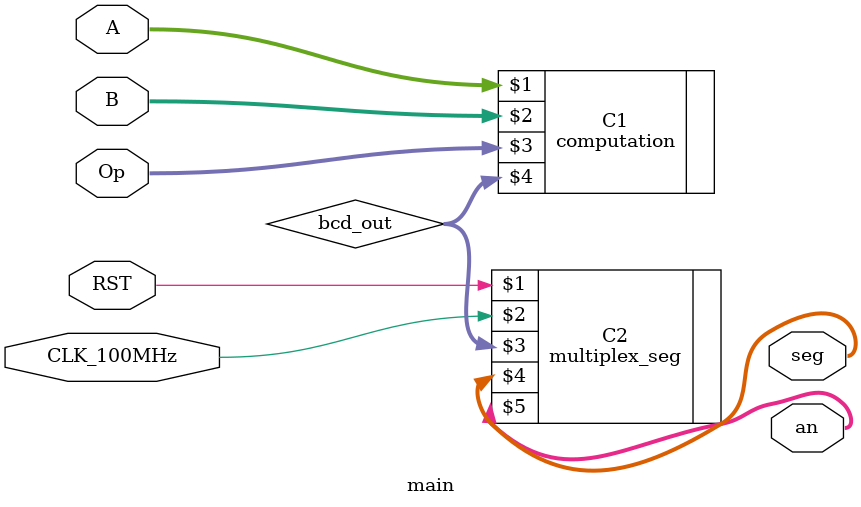
<source format=v>
`timescale 1ns / 1ps


module main(RST, CLK_100MHz,A,B,Op,seg,an);

input RST, CLK_100MHz;
input [7:0] A,B;
input [3:0] Op;
output [6:0] seg;
output [7:0] an;

wire [11:0] bcd_out;

computation C1(A,B,Op,bcd_out);

multiplex_seg C2 (RST, CLK_100MHz, bcd_out,seg,an);
endmodule

</source>
